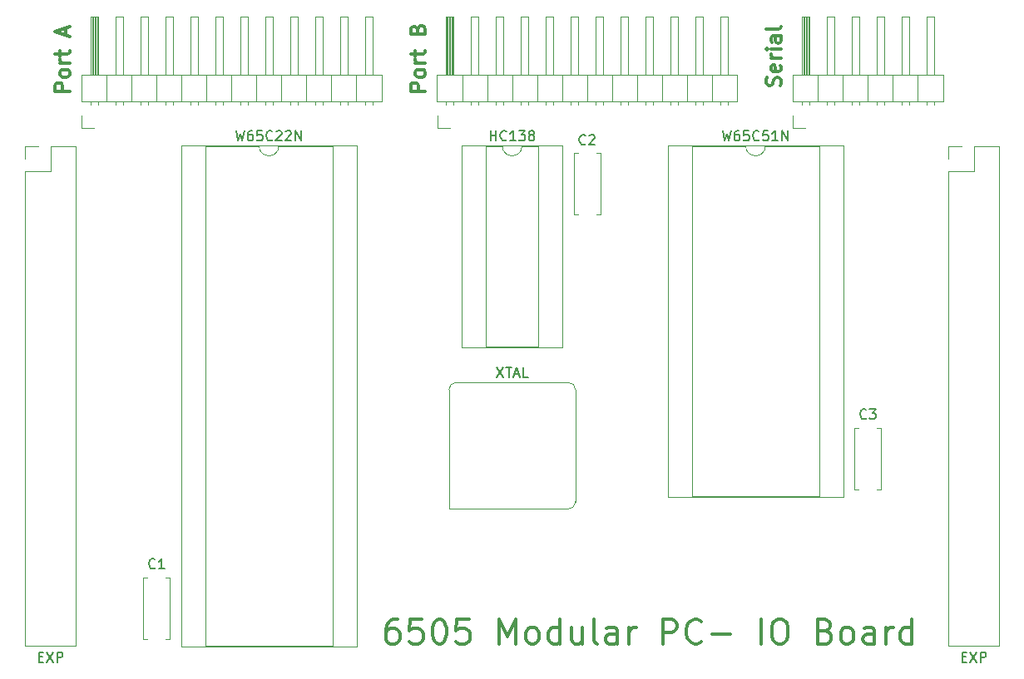
<source format=gbr>
%TF.GenerationSoftware,KiCad,Pcbnew,(5.1.8)-1*%
%TF.CreationDate,2020-12-06T18:18:42+00:00*%
%TF.ProjectId,io-board,696f2d62-6f61-4726-942e-6b696361645f,rev?*%
%TF.SameCoordinates,Original*%
%TF.FileFunction,Legend,Top*%
%TF.FilePolarity,Positive*%
%FSLAX46Y46*%
G04 Gerber Fmt 4.6, Leading zero omitted, Abs format (unit mm)*
G04 Created by KiCad (PCBNEW (5.1.8)-1) date 2020-12-06 18:18:42*
%MOMM*%
%LPD*%
G01*
G04 APERTURE LIST*
%ADD10C,0.300000*%
%ADD11C,0.120000*%
%ADD12C,0.150000*%
G04 APERTURE END LIST*
D10*
X121257142Y-58574285D02*
X121328571Y-58360000D01*
X121328571Y-58002857D01*
X121257142Y-57860000D01*
X121185714Y-57788571D01*
X121042857Y-57717142D01*
X120900000Y-57717142D01*
X120757142Y-57788571D01*
X120685714Y-57860000D01*
X120614285Y-58002857D01*
X120542857Y-58288571D01*
X120471428Y-58431428D01*
X120400000Y-58502857D01*
X120257142Y-58574285D01*
X120114285Y-58574285D01*
X119971428Y-58502857D01*
X119900000Y-58431428D01*
X119828571Y-58288571D01*
X119828571Y-57931428D01*
X119900000Y-57717142D01*
X121257142Y-56502857D02*
X121328571Y-56645714D01*
X121328571Y-56931428D01*
X121257142Y-57074285D01*
X121114285Y-57145714D01*
X120542857Y-57145714D01*
X120400000Y-57074285D01*
X120328571Y-56931428D01*
X120328571Y-56645714D01*
X120400000Y-56502857D01*
X120542857Y-56431428D01*
X120685714Y-56431428D01*
X120828571Y-57145714D01*
X121328571Y-55788571D02*
X120328571Y-55788571D01*
X120614285Y-55788571D02*
X120471428Y-55717142D01*
X120400000Y-55645714D01*
X120328571Y-55502857D01*
X120328571Y-55360000D01*
X121328571Y-54860000D02*
X120328571Y-54860000D01*
X119828571Y-54860000D02*
X119900000Y-54931428D01*
X119971428Y-54860000D01*
X119900000Y-54788571D01*
X119828571Y-54860000D01*
X119971428Y-54860000D01*
X121328571Y-53502857D02*
X120542857Y-53502857D01*
X120400000Y-53574285D01*
X120328571Y-53717142D01*
X120328571Y-54002857D01*
X120400000Y-54145714D01*
X121257142Y-53502857D02*
X121328571Y-53645714D01*
X121328571Y-54002857D01*
X121257142Y-54145714D01*
X121114285Y-54217142D01*
X120971428Y-54217142D01*
X120828571Y-54145714D01*
X120757142Y-54002857D01*
X120757142Y-53645714D01*
X120685714Y-53502857D01*
X121328571Y-52574285D02*
X121257142Y-52717142D01*
X121114285Y-52788571D01*
X119828571Y-52788571D01*
X85133571Y-59137857D02*
X83633571Y-59137857D01*
X83633571Y-58566428D01*
X83705000Y-58423571D01*
X83776428Y-58352142D01*
X83919285Y-58280714D01*
X84133571Y-58280714D01*
X84276428Y-58352142D01*
X84347857Y-58423571D01*
X84419285Y-58566428D01*
X84419285Y-59137857D01*
X85133571Y-57423571D02*
X85062142Y-57566428D01*
X84990714Y-57637857D01*
X84847857Y-57709285D01*
X84419285Y-57709285D01*
X84276428Y-57637857D01*
X84205000Y-57566428D01*
X84133571Y-57423571D01*
X84133571Y-57209285D01*
X84205000Y-57066428D01*
X84276428Y-56995000D01*
X84419285Y-56923571D01*
X84847857Y-56923571D01*
X84990714Y-56995000D01*
X85062142Y-57066428D01*
X85133571Y-57209285D01*
X85133571Y-57423571D01*
X85133571Y-56280714D02*
X84133571Y-56280714D01*
X84419285Y-56280714D02*
X84276428Y-56209285D01*
X84205000Y-56137857D01*
X84133571Y-55995000D01*
X84133571Y-55852142D01*
X84133571Y-55566428D02*
X84133571Y-54995000D01*
X83633571Y-55352142D02*
X84919285Y-55352142D01*
X85062142Y-55280714D01*
X85133571Y-55137857D01*
X85133571Y-54995000D01*
X84347857Y-52852142D02*
X84419285Y-52637857D01*
X84490714Y-52566428D01*
X84633571Y-52495000D01*
X84847857Y-52495000D01*
X84990714Y-52566428D01*
X85062142Y-52637857D01*
X85133571Y-52780714D01*
X85133571Y-53352142D01*
X83633571Y-53352142D01*
X83633571Y-52852142D01*
X83705000Y-52709285D01*
X83776428Y-52637857D01*
X83919285Y-52566428D01*
X84062142Y-52566428D01*
X84205000Y-52637857D01*
X84276428Y-52709285D01*
X84347857Y-52852142D01*
X84347857Y-53352142D01*
X48938571Y-59137857D02*
X47438571Y-59137857D01*
X47438571Y-58566428D01*
X47510000Y-58423571D01*
X47581428Y-58352142D01*
X47724285Y-58280714D01*
X47938571Y-58280714D01*
X48081428Y-58352142D01*
X48152857Y-58423571D01*
X48224285Y-58566428D01*
X48224285Y-59137857D01*
X48938571Y-57423571D02*
X48867142Y-57566428D01*
X48795714Y-57637857D01*
X48652857Y-57709285D01*
X48224285Y-57709285D01*
X48081428Y-57637857D01*
X48010000Y-57566428D01*
X47938571Y-57423571D01*
X47938571Y-57209285D01*
X48010000Y-57066428D01*
X48081428Y-56995000D01*
X48224285Y-56923571D01*
X48652857Y-56923571D01*
X48795714Y-56995000D01*
X48867142Y-57066428D01*
X48938571Y-57209285D01*
X48938571Y-57423571D01*
X48938571Y-56280714D02*
X47938571Y-56280714D01*
X48224285Y-56280714D02*
X48081428Y-56209285D01*
X48010000Y-56137857D01*
X47938571Y-55995000D01*
X47938571Y-55852142D01*
X47938571Y-55566428D02*
X47938571Y-54995000D01*
X47438571Y-55352142D02*
X48724285Y-55352142D01*
X48867142Y-55280714D01*
X48938571Y-55137857D01*
X48938571Y-54995000D01*
X48510000Y-53423571D02*
X48510000Y-52709285D01*
X48938571Y-53566428D02*
X47438571Y-53066428D01*
X48938571Y-52566428D01*
X82295238Y-112930952D02*
X81819047Y-112930952D01*
X81580952Y-113050000D01*
X81461904Y-113169047D01*
X81223809Y-113526190D01*
X81104761Y-114002380D01*
X81104761Y-114954761D01*
X81223809Y-115192857D01*
X81342857Y-115311904D01*
X81580952Y-115430952D01*
X82057142Y-115430952D01*
X82295238Y-115311904D01*
X82414285Y-115192857D01*
X82533333Y-114954761D01*
X82533333Y-114359523D01*
X82414285Y-114121428D01*
X82295238Y-114002380D01*
X82057142Y-113883333D01*
X81580952Y-113883333D01*
X81342857Y-114002380D01*
X81223809Y-114121428D01*
X81104761Y-114359523D01*
X84795238Y-112930952D02*
X83604761Y-112930952D01*
X83485714Y-114121428D01*
X83604761Y-114002380D01*
X83842857Y-113883333D01*
X84438095Y-113883333D01*
X84676190Y-114002380D01*
X84795238Y-114121428D01*
X84914285Y-114359523D01*
X84914285Y-114954761D01*
X84795238Y-115192857D01*
X84676190Y-115311904D01*
X84438095Y-115430952D01*
X83842857Y-115430952D01*
X83604761Y-115311904D01*
X83485714Y-115192857D01*
X86461904Y-112930952D02*
X86700000Y-112930952D01*
X86938095Y-113050000D01*
X87057142Y-113169047D01*
X87176190Y-113407142D01*
X87295238Y-113883333D01*
X87295238Y-114478571D01*
X87176190Y-114954761D01*
X87057142Y-115192857D01*
X86938095Y-115311904D01*
X86700000Y-115430952D01*
X86461904Y-115430952D01*
X86223809Y-115311904D01*
X86104761Y-115192857D01*
X85985714Y-114954761D01*
X85866666Y-114478571D01*
X85866666Y-113883333D01*
X85985714Y-113407142D01*
X86104761Y-113169047D01*
X86223809Y-113050000D01*
X86461904Y-112930952D01*
X89557142Y-112930952D02*
X88366666Y-112930952D01*
X88247619Y-114121428D01*
X88366666Y-114002380D01*
X88604761Y-113883333D01*
X89200000Y-113883333D01*
X89438095Y-114002380D01*
X89557142Y-114121428D01*
X89676190Y-114359523D01*
X89676190Y-114954761D01*
X89557142Y-115192857D01*
X89438095Y-115311904D01*
X89200000Y-115430952D01*
X88604761Y-115430952D01*
X88366666Y-115311904D01*
X88247619Y-115192857D01*
X92652380Y-115430952D02*
X92652380Y-112930952D01*
X93485714Y-114716666D01*
X94319047Y-112930952D01*
X94319047Y-115430952D01*
X95866666Y-115430952D02*
X95628571Y-115311904D01*
X95509523Y-115192857D01*
X95390476Y-114954761D01*
X95390476Y-114240476D01*
X95509523Y-114002380D01*
X95628571Y-113883333D01*
X95866666Y-113764285D01*
X96223809Y-113764285D01*
X96461904Y-113883333D01*
X96580952Y-114002380D01*
X96700000Y-114240476D01*
X96700000Y-114954761D01*
X96580952Y-115192857D01*
X96461904Y-115311904D01*
X96223809Y-115430952D01*
X95866666Y-115430952D01*
X98842857Y-115430952D02*
X98842857Y-112930952D01*
X98842857Y-115311904D02*
X98604761Y-115430952D01*
X98128571Y-115430952D01*
X97890476Y-115311904D01*
X97771428Y-115192857D01*
X97652380Y-114954761D01*
X97652380Y-114240476D01*
X97771428Y-114002380D01*
X97890476Y-113883333D01*
X98128571Y-113764285D01*
X98604761Y-113764285D01*
X98842857Y-113883333D01*
X101104761Y-113764285D02*
X101104761Y-115430952D01*
X100033333Y-113764285D02*
X100033333Y-115073809D01*
X100152380Y-115311904D01*
X100390476Y-115430952D01*
X100747619Y-115430952D01*
X100985714Y-115311904D01*
X101104761Y-115192857D01*
X102652380Y-115430952D02*
X102414285Y-115311904D01*
X102295238Y-115073809D01*
X102295238Y-112930952D01*
X104676190Y-115430952D02*
X104676190Y-114121428D01*
X104557142Y-113883333D01*
X104319047Y-113764285D01*
X103842857Y-113764285D01*
X103604761Y-113883333D01*
X104676190Y-115311904D02*
X104438095Y-115430952D01*
X103842857Y-115430952D01*
X103604761Y-115311904D01*
X103485714Y-115073809D01*
X103485714Y-114835714D01*
X103604761Y-114597619D01*
X103842857Y-114478571D01*
X104438095Y-114478571D01*
X104676190Y-114359523D01*
X105866666Y-115430952D02*
X105866666Y-113764285D01*
X105866666Y-114240476D02*
X105985714Y-114002380D01*
X106104761Y-113883333D01*
X106342857Y-113764285D01*
X106580952Y-113764285D01*
X109319047Y-115430952D02*
X109319047Y-112930952D01*
X110271428Y-112930952D01*
X110509523Y-113050000D01*
X110628571Y-113169047D01*
X110747619Y-113407142D01*
X110747619Y-113764285D01*
X110628571Y-114002380D01*
X110509523Y-114121428D01*
X110271428Y-114240476D01*
X109319047Y-114240476D01*
X113247619Y-115192857D02*
X113128571Y-115311904D01*
X112771428Y-115430952D01*
X112533333Y-115430952D01*
X112176190Y-115311904D01*
X111938095Y-115073809D01*
X111819047Y-114835714D01*
X111700000Y-114359523D01*
X111700000Y-114002380D01*
X111819047Y-113526190D01*
X111938095Y-113288095D01*
X112176190Y-113050000D01*
X112533333Y-112930952D01*
X112771428Y-112930952D01*
X113128571Y-113050000D01*
X113247619Y-113169047D01*
X114319047Y-114478571D02*
X116223809Y-114478571D01*
X119319047Y-115430952D02*
X119319047Y-112930952D01*
X120985714Y-112930952D02*
X121461904Y-112930952D01*
X121700000Y-113050000D01*
X121938095Y-113288095D01*
X122057142Y-113764285D01*
X122057142Y-114597619D01*
X121938095Y-115073809D01*
X121700000Y-115311904D01*
X121461904Y-115430952D01*
X120985714Y-115430952D01*
X120747619Y-115311904D01*
X120509523Y-115073809D01*
X120390476Y-114597619D01*
X120390476Y-113764285D01*
X120509523Y-113288095D01*
X120747619Y-113050000D01*
X120985714Y-112930952D01*
X125866666Y-114121428D02*
X126223809Y-114240476D01*
X126342857Y-114359523D01*
X126461904Y-114597619D01*
X126461904Y-114954761D01*
X126342857Y-115192857D01*
X126223809Y-115311904D01*
X125985714Y-115430952D01*
X125033333Y-115430952D01*
X125033333Y-112930952D01*
X125866666Y-112930952D01*
X126104761Y-113050000D01*
X126223809Y-113169047D01*
X126342857Y-113407142D01*
X126342857Y-113645238D01*
X126223809Y-113883333D01*
X126104761Y-114002380D01*
X125866666Y-114121428D01*
X125033333Y-114121428D01*
X127890476Y-115430952D02*
X127652380Y-115311904D01*
X127533333Y-115192857D01*
X127414285Y-114954761D01*
X127414285Y-114240476D01*
X127533333Y-114002380D01*
X127652380Y-113883333D01*
X127890476Y-113764285D01*
X128247619Y-113764285D01*
X128485714Y-113883333D01*
X128604761Y-114002380D01*
X128723809Y-114240476D01*
X128723809Y-114954761D01*
X128604761Y-115192857D01*
X128485714Y-115311904D01*
X128247619Y-115430952D01*
X127890476Y-115430952D01*
X130866666Y-115430952D02*
X130866666Y-114121428D01*
X130747619Y-113883333D01*
X130509523Y-113764285D01*
X130033333Y-113764285D01*
X129795238Y-113883333D01*
X130866666Y-115311904D02*
X130628571Y-115430952D01*
X130033333Y-115430952D01*
X129795238Y-115311904D01*
X129676190Y-115073809D01*
X129676190Y-114835714D01*
X129795238Y-114597619D01*
X130033333Y-114478571D01*
X130628571Y-114478571D01*
X130866666Y-114359523D01*
X132057142Y-115430952D02*
X132057142Y-113764285D01*
X132057142Y-114240476D02*
X132176190Y-114002380D01*
X132295238Y-113883333D01*
X132533333Y-113764285D01*
X132771428Y-113764285D01*
X134676190Y-115430952D02*
X134676190Y-112930952D01*
X134676190Y-115311904D02*
X134438095Y-115430952D01*
X133961904Y-115430952D01*
X133723809Y-115311904D01*
X133604761Y-115192857D01*
X133485714Y-114954761D01*
X133485714Y-114240476D01*
X133604761Y-114002380D01*
X133723809Y-113883333D01*
X133961904Y-113764285D01*
X134438095Y-113764285D01*
X134676190Y-113883333D01*
D11*
%TO.C,J4*%
X86360000Y-62865000D02*
X86360000Y-61595000D01*
X87630000Y-62865000D02*
X86360000Y-62865000D01*
X115950000Y-60552071D02*
X115950000Y-60155000D01*
X115190000Y-60552071D02*
X115190000Y-60155000D01*
X115950000Y-51495000D02*
X115950000Y-57495000D01*
X115190000Y-51495000D02*
X115950000Y-51495000D01*
X115190000Y-57495000D02*
X115190000Y-51495000D01*
X114300000Y-60155000D02*
X114300000Y-57495000D01*
X113410000Y-60552071D02*
X113410000Y-60155000D01*
X112650000Y-60552071D02*
X112650000Y-60155000D01*
X113410000Y-51495000D02*
X113410000Y-57495000D01*
X112650000Y-51495000D02*
X113410000Y-51495000D01*
X112650000Y-57495000D02*
X112650000Y-51495000D01*
X111760000Y-60155000D02*
X111760000Y-57495000D01*
X110870000Y-60552071D02*
X110870000Y-60155000D01*
X110110000Y-60552071D02*
X110110000Y-60155000D01*
X110870000Y-51495000D02*
X110870000Y-57495000D01*
X110110000Y-51495000D02*
X110870000Y-51495000D01*
X110110000Y-57495000D02*
X110110000Y-51495000D01*
X109220000Y-60155000D02*
X109220000Y-57495000D01*
X108330000Y-60552071D02*
X108330000Y-60155000D01*
X107570000Y-60552071D02*
X107570000Y-60155000D01*
X108330000Y-51495000D02*
X108330000Y-57495000D01*
X107570000Y-51495000D02*
X108330000Y-51495000D01*
X107570000Y-57495000D02*
X107570000Y-51495000D01*
X106680000Y-60155000D02*
X106680000Y-57495000D01*
X105790000Y-60552071D02*
X105790000Y-60155000D01*
X105030000Y-60552071D02*
X105030000Y-60155000D01*
X105790000Y-51495000D02*
X105790000Y-57495000D01*
X105030000Y-51495000D02*
X105790000Y-51495000D01*
X105030000Y-57495000D02*
X105030000Y-51495000D01*
X104140000Y-60155000D02*
X104140000Y-57495000D01*
X103250000Y-60552071D02*
X103250000Y-60155000D01*
X102490000Y-60552071D02*
X102490000Y-60155000D01*
X103250000Y-51495000D02*
X103250000Y-57495000D01*
X102490000Y-51495000D02*
X103250000Y-51495000D01*
X102490000Y-57495000D02*
X102490000Y-51495000D01*
X101600000Y-60155000D02*
X101600000Y-57495000D01*
X100710000Y-60552071D02*
X100710000Y-60155000D01*
X99950000Y-60552071D02*
X99950000Y-60155000D01*
X100710000Y-51495000D02*
X100710000Y-57495000D01*
X99950000Y-51495000D02*
X100710000Y-51495000D01*
X99950000Y-57495000D02*
X99950000Y-51495000D01*
X99060000Y-60155000D02*
X99060000Y-57495000D01*
X98170000Y-60552071D02*
X98170000Y-60155000D01*
X97410000Y-60552071D02*
X97410000Y-60155000D01*
X98170000Y-51495000D02*
X98170000Y-57495000D01*
X97410000Y-51495000D02*
X98170000Y-51495000D01*
X97410000Y-57495000D02*
X97410000Y-51495000D01*
X96520000Y-60155000D02*
X96520000Y-57495000D01*
X95630000Y-60552071D02*
X95630000Y-60155000D01*
X94870000Y-60552071D02*
X94870000Y-60155000D01*
X95630000Y-51495000D02*
X95630000Y-57495000D01*
X94870000Y-51495000D02*
X95630000Y-51495000D01*
X94870000Y-57495000D02*
X94870000Y-51495000D01*
X93980000Y-60155000D02*
X93980000Y-57495000D01*
X93090000Y-60552071D02*
X93090000Y-60155000D01*
X92330000Y-60552071D02*
X92330000Y-60155000D01*
X93090000Y-51495000D02*
X93090000Y-57495000D01*
X92330000Y-51495000D02*
X93090000Y-51495000D01*
X92330000Y-57495000D02*
X92330000Y-51495000D01*
X91440000Y-60155000D02*
X91440000Y-57495000D01*
X90550000Y-60552071D02*
X90550000Y-60155000D01*
X89790000Y-60552071D02*
X89790000Y-60155000D01*
X90550000Y-51495000D02*
X90550000Y-57495000D01*
X89790000Y-51495000D02*
X90550000Y-51495000D01*
X89790000Y-57495000D02*
X89790000Y-51495000D01*
X88900000Y-60155000D02*
X88900000Y-57495000D01*
X88010000Y-60485000D02*
X88010000Y-60155000D01*
X87250000Y-60485000D02*
X87250000Y-60155000D01*
X87910000Y-57495000D02*
X87910000Y-51495000D01*
X87790000Y-57495000D02*
X87790000Y-51495000D01*
X87670000Y-57495000D02*
X87670000Y-51495000D01*
X87550000Y-57495000D02*
X87550000Y-51495000D01*
X87430000Y-57495000D02*
X87430000Y-51495000D01*
X87310000Y-57495000D02*
X87310000Y-51495000D01*
X88010000Y-51495000D02*
X88010000Y-57495000D01*
X87250000Y-51495000D02*
X88010000Y-51495000D01*
X87250000Y-57495000D02*
X87250000Y-51495000D01*
X86300000Y-57495000D02*
X86300000Y-60155000D01*
X116900000Y-57495000D02*
X86300000Y-57495000D01*
X116900000Y-60155000D02*
X116900000Y-57495000D01*
X86300000Y-60155000D02*
X116900000Y-60155000D01*
%TO.C,J3*%
X50165000Y-62865000D02*
X50165000Y-61595000D01*
X51435000Y-62865000D02*
X50165000Y-62865000D01*
X79755000Y-60552071D02*
X79755000Y-60155000D01*
X78995000Y-60552071D02*
X78995000Y-60155000D01*
X79755000Y-51495000D02*
X79755000Y-57495000D01*
X78995000Y-51495000D02*
X79755000Y-51495000D01*
X78995000Y-57495000D02*
X78995000Y-51495000D01*
X78105000Y-60155000D02*
X78105000Y-57495000D01*
X77215000Y-60552071D02*
X77215000Y-60155000D01*
X76455000Y-60552071D02*
X76455000Y-60155000D01*
X77215000Y-51495000D02*
X77215000Y-57495000D01*
X76455000Y-51495000D02*
X77215000Y-51495000D01*
X76455000Y-57495000D02*
X76455000Y-51495000D01*
X75565000Y-60155000D02*
X75565000Y-57495000D01*
X74675000Y-60552071D02*
X74675000Y-60155000D01*
X73915000Y-60552071D02*
X73915000Y-60155000D01*
X74675000Y-51495000D02*
X74675000Y-57495000D01*
X73915000Y-51495000D02*
X74675000Y-51495000D01*
X73915000Y-57495000D02*
X73915000Y-51495000D01*
X73025000Y-60155000D02*
X73025000Y-57495000D01*
X72135000Y-60552071D02*
X72135000Y-60155000D01*
X71375000Y-60552071D02*
X71375000Y-60155000D01*
X72135000Y-51495000D02*
X72135000Y-57495000D01*
X71375000Y-51495000D02*
X72135000Y-51495000D01*
X71375000Y-57495000D02*
X71375000Y-51495000D01*
X70485000Y-60155000D02*
X70485000Y-57495000D01*
X69595000Y-60552071D02*
X69595000Y-60155000D01*
X68835000Y-60552071D02*
X68835000Y-60155000D01*
X69595000Y-51495000D02*
X69595000Y-57495000D01*
X68835000Y-51495000D02*
X69595000Y-51495000D01*
X68835000Y-57495000D02*
X68835000Y-51495000D01*
X67945000Y-60155000D02*
X67945000Y-57495000D01*
X67055000Y-60552071D02*
X67055000Y-60155000D01*
X66295000Y-60552071D02*
X66295000Y-60155000D01*
X67055000Y-51495000D02*
X67055000Y-57495000D01*
X66295000Y-51495000D02*
X67055000Y-51495000D01*
X66295000Y-57495000D02*
X66295000Y-51495000D01*
X65405000Y-60155000D02*
X65405000Y-57495000D01*
X64515000Y-60552071D02*
X64515000Y-60155000D01*
X63755000Y-60552071D02*
X63755000Y-60155000D01*
X64515000Y-51495000D02*
X64515000Y-57495000D01*
X63755000Y-51495000D02*
X64515000Y-51495000D01*
X63755000Y-57495000D02*
X63755000Y-51495000D01*
X62865000Y-60155000D02*
X62865000Y-57495000D01*
X61975000Y-60552071D02*
X61975000Y-60155000D01*
X61215000Y-60552071D02*
X61215000Y-60155000D01*
X61975000Y-51495000D02*
X61975000Y-57495000D01*
X61215000Y-51495000D02*
X61975000Y-51495000D01*
X61215000Y-57495000D02*
X61215000Y-51495000D01*
X60325000Y-60155000D02*
X60325000Y-57495000D01*
X59435000Y-60552071D02*
X59435000Y-60155000D01*
X58675000Y-60552071D02*
X58675000Y-60155000D01*
X59435000Y-51495000D02*
X59435000Y-57495000D01*
X58675000Y-51495000D02*
X59435000Y-51495000D01*
X58675000Y-57495000D02*
X58675000Y-51495000D01*
X57785000Y-60155000D02*
X57785000Y-57495000D01*
X56895000Y-60552071D02*
X56895000Y-60155000D01*
X56135000Y-60552071D02*
X56135000Y-60155000D01*
X56895000Y-51495000D02*
X56895000Y-57495000D01*
X56135000Y-51495000D02*
X56895000Y-51495000D01*
X56135000Y-57495000D02*
X56135000Y-51495000D01*
X55245000Y-60155000D02*
X55245000Y-57495000D01*
X54355000Y-60552071D02*
X54355000Y-60155000D01*
X53595000Y-60552071D02*
X53595000Y-60155000D01*
X54355000Y-51495000D02*
X54355000Y-57495000D01*
X53595000Y-51495000D02*
X54355000Y-51495000D01*
X53595000Y-57495000D02*
X53595000Y-51495000D01*
X52705000Y-60155000D02*
X52705000Y-57495000D01*
X51815000Y-60485000D02*
X51815000Y-60155000D01*
X51055000Y-60485000D02*
X51055000Y-60155000D01*
X51715000Y-57495000D02*
X51715000Y-51495000D01*
X51595000Y-57495000D02*
X51595000Y-51495000D01*
X51475000Y-57495000D02*
X51475000Y-51495000D01*
X51355000Y-57495000D02*
X51355000Y-51495000D01*
X51235000Y-57495000D02*
X51235000Y-51495000D01*
X51115000Y-57495000D02*
X51115000Y-51495000D01*
X51815000Y-51495000D02*
X51815000Y-57495000D01*
X51055000Y-51495000D02*
X51815000Y-51495000D01*
X51055000Y-57495000D02*
X51055000Y-51495000D01*
X50105000Y-57495000D02*
X50105000Y-60155000D01*
X80705000Y-57495000D02*
X50105000Y-57495000D01*
X80705000Y-60155000D02*
X80705000Y-57495000D01*
X50105000Y-60155000D02*
X80705000Y-60155000D01*
%TO.C,W65C22N*%
X78165000Y-64650000D02*
X60265000Y-64650000D01*
X78165000Y-115690000D02*
X78165000Y-64650000D01*
X60265000Y-115690000D02*
X78165000Y-115690000D01*
X60265000Y-64650000D02*
X60265000Y-115690000D01*
X75675000Y-64710000D02*
X70215000Y-64710000D01*
X75675000Y-115630000D02*
X75675000Y-64710000D01*
X62755000Y-115630000D02*
X75675000Y-115630000D01*
X62755000Y-64710000D02*
X62755000Y-115630000D01*
X68215000Y-64710000D02*
X62755000Y-64710000D01*
X70215000Y-64710000D02*
G75*
G02*
X68215000Y-64710000I-1000000J0D01*
G01*
%TO.C,J5*%
X122555000Y-62865000D02*
X122555000Y-61595000D01*
X123825000Y-62865000D02*
X122555000Y-62865000D01*
X136905000Y-60552071D02*
X136905000Y-60155000D01*
X136145000Y-60552071D02*
X136145000Y-60155000D01*
X136905000Y-51495000D02*
X136905000Y-57495000D01*
X136145000Y-51495000D02*
X136905000Y-51495000D01*
X136145000Y-57495000D02*
X136145000Y-51495000D01*
X135255000Y-60155000D02*
X135255000Y-57495000D01*
X134365000Y-60552071D02*
X134365000Y-60155000D01*
X133605000Y-60552071D02*
X133605000Y-60155000D01*
X134365000Y-51495000D02*
X134365000Y-57495000D01*
X133605000Y-51495000D02*
X134365000Y-51495000D01*
X133605000Y-57495000D02*
X133605000Y-51495000D01*
X132715000Y-60155000D02*
X132715000Y-57495000D01*
X131825000Y-60552071D02*
X131825000Y-60155000D01*
X131065000Y-60552071D02*
X131065000Y-60155000D01*
X131825000Y-51495000D02*
X131825000Y-57495000D01*
X131065000Y-51495000D02*
X131825000Y-51495000D01*
X131065000Y-57495000D02*
X131065000Y-51495000D01*
X130175000Y-60155000D02*
X130175000Y-57495000D01*
X129285000Y-60552071D02*
X129285000Y-60155000D01*
X128525000Y-60552071D02*
X128525000Y-60155000D01*
X129285000Y-51495000D02*
X129285000Y-57495000D01*
X128525000Y-51495000D02*
X129285000Y-51495000D01*
X128525000Y-57495000D02*
X128525000Y-51495000D01*
X127635000Y-60155000D02*
X127635000Y-57495000D01*
X126745000Y-60552071D02*
X126745000Y-60155000D01*
X125985000Y-60552071D02*
X125985000Y-60155000D01*
X126745000Y-51495000D02*
X126745000Y-57495000D01*
X125985000Y-51495000D02*
X126745000Y-51495000D01*
X125985000Y-57495000D02*
X125985000Y-51495000D01*
X125095000Y-60155000D02*
X125095000Y-57495000D01*
X124205000Y-60485000D02*
X124205000Y-60155000D01*
X123445000Y-60485000D02*
X123445000Y-60155000D01*
X124105000Y-57495000D02*
X124105000Y-51495000D01*
X123985000Y-57495000D02*
X123985000Y-51495000D01*
X123865000Y-57495000D02*
X123865000Y-51495000D01*
X123745000Y-57495000D02*
X123745000Y-51495000D01*
X123625000Y-57495000D02*
X123625000Y-51495000D01*
X123505000Y-57495000D02*
X123505000Y-51495000D01*
X124205000Y-51495000D02*
X124205000Y-57495000D01*
X123445000Y-51495000D02*
X124205000Y-51495000D01*
X123445000Y-57495000D02*
X123445000Y-51495000D01*
X122495000Y-57495000D02*
X122495000Y-60155000D01*
X137855000Y-57495000D02*
X122495000Y-57495000D01*
X137855000Y-60155000D02*
X137855000Y-57495000D01*
X122495000Y-60155000D02*
X137855000Y-60155000D01*
%TO.C,C3*%
X131100000Y-93440000D02*
X131545000Y-93440000D01*
X128805000Y-93440000D02*
X129250000Y-93440000D01*
X131100000Y-99680000D02*
X131545000Y-99680000D01*
X128805000Y-99680000D02*
X129250000Y-99680000D01*
X131545000Y-99680000D02*
X131545000Y-93440000D01*
X128805000Y-99680000D02*
X128805000Y-93440000D01*
%TO.C,C2*%
X100675000Y-71660000D02*
X100230000Y-71660000D01*
X102970000Y-71660000D02*
X102525000Y-71660000D01*
X100675000Y-65420000D02*
X100230000Y-65420000D01*
X102970000Y-65420000D02*
X102525000Y-65420000D01*
X100230000Y-65420000D02*
X100230000Y-71660000D01*
X102970000Y-65420000D02*
X102970000Y-71660000D01*
%TO.C,C1*%
X58710000Y-108680000D02*
X59155000Y-108680000D01*
X56415000Y-108680000D02*
X56860000Y-108680000D01*
X58710000Y-114920000D02*
X59155000Y-114920000D01*
X56415000Y-114920000D02*
X56860000Y-114920000D01*
X59155000Y-114920000D02*
X59155000Y-108680000D01*
X56415000Y-114920000D02*
X56415000Y-108680000D01*
%TO.C,EXP*%
X138370000Y-115630000D02*
X143570000Y-115630000D01*
X138370000Y-67310000D02*
X138370000Y-115630000D01*
X143570000Y-64710000D02*
X143570000Y-115630000D01*
X138370000Y-67310000D02*
X140970000Y-67310000D01*
X140970000Y-67310000D02*
X140970000Y-64710000D01*
X140970000Y-64710000D02*
X143570000Y-64710000D01*
X138370000Y-66040000D02*
X138370000Y-64710000D01*
X138370000Y-64710000D02*
X139700000Y-64710000D01*
%TO.C,XTAL*%
X87530000Y-101700000D02*
X99680000Y-101700000D01*
X100430000Y-100950000D02*
X100430000Y-89550000D01*
X99680000Y-88800000D02*
X88280000Y-88800000D01*
X87530000Y-89550000D02*
X87530000Y-101700000D01*
X88280000Y-88800000D02*
G75*
G03*
X87530000Y-89550000I0J-750000D01*
G01*
X100430000Y-89550000D02*
G75*
G03*
X99680000Y-88800000I-750000J0D01*
G01*
X99680000Y-101700000D02*
G75*
G03*
X100430000Y-100950000I0J750000D01*
G01*
%TO.C,HC138*%
X99120000Y-64650000D02*
X88840000Y-64650000D01*
X99120000Y-85210000D02*
X99120000Y-64650000D01*
X88840000Y-85210000D02*
X99120000Y-85210000D01*
X88840000Y-64650000D02*
X88840000Y-85210000D01*
X96630000Y-64710000D02*
X94980000Y-64710000D01*
X96630000Y-85150000D02*
X96630000Y-64710000D01*
X91330000Y-85150000D02*
X96630000Y-85150000D01*
X91330000Y-64710000D02*
X91330000Y-85150000D01*
X92980000Y-64710000D02*
X91330000Y-64710000D01*
X94980000Y-64710000D02*
G75*
G02*
X92980000Y-64710000I-1000000J0D01*
G01*
%TO.C,W65C51N*%
X127695000Y-64650000D02*
X109795000Y-64650000D01*
X127695000Y-100450000D02*
X127695000Y-64650000D01*
X109795000Y-100450000D02*
X127695000Y-100450000D01*
X109795000Y-64650000D02*
X109795000Y-100450000D01*
X125205000Y-64710000D02*
X119745000Y-64710000D01*
X125205000Y-100390000D02*
X125205000Y-64710000D01*
X112285000Y-100390000D02*
X125205000Y-100390000D01*
X112285000Y-64710000D02*
X112285000Y-100390000D01*
X117745000Y-64710000D02*
X112285000Y-64710000D01*
X119745000Y-64710000D02*
G75*
G02*
X117745000Y-64710000I-1000000J0D01*
G01*
%TO.C,EXP*%
X44390000Y-115630000D02*
X49590000Y-115630000D01*
X44390000Y-67310000D02*
X44390000Y-115630000D01*
X49590000Y-64710000D02*
X49590000Y-115630000D01*
X44390000Y-67310000D02*
X46990000Y-67310000D01*
X46990000Y-67310000D02*
X46990000Y-64710000D01*
X46990000Y-64710000D02*
X49590000Y-64710000D01*
X44390000Y-66040000D02*
X44390000Y-64710000D01*
X44390000Y-64710000D02*
X45720000Y-64710000D01*
%TO.C,W65C22N*%
D12*
X65857857Y-63162380D02*
X66095952Y-64162380D01*
X66286428Y-63448095D01*
X66476904Y-64162380D01*
X66715000Y-63162380D01*
X67524523Y-63162380D02*
X67334047Y-63162380D01*
X67238809Y-63210000D01*
X67191190Y-63257619D01*
X67095952Y-63400476D01*
X67048333Y-63590952D01*
X67048333Y-63971904D01*
X67095952Y-64067142D01*
X67143571Y-64114761D01*
X67238809Y-64162380D01*
X67429285Y-64162380D01*
X67524523Y-64114761D01*
X67572142Y-64067142D01*
X67619761Y-63971904D01*
X67619761Y-63733809D01*
X67572142Y-63638571D01*
X67524523Y-63590952D01*
X67429285Y-63543333D01*
X67238809Y-63543333D01*
X67143571Y-63590952D01*
X67095952Y-63638571D01*
X67048333Y-63733809D01*
X68524523Y-63162380D02*
X68048333Y-63162380D01*
X68000714Y-63638571D01*
X68048333Y-63590952D01*
X68143571Y-63543333D01*
X68381666Y-63543333D01*
X68476904Y-63590952D01*
X68524523Y-63638571D01*
X68572142Y-63733809D01*
X68572142Y-63971904D01*
X68524523Y-64067142D01*
X68476904Y-64114761D01*
X68381666Y-64162380D01*
X68143571Y-64162380D01*
X68048333Y-64114761D01*
X68000714Y-64067142D01*
X69572142Y-64067142D02*
X69524523Y-64114761D01*
X69381666Y-64162380D01*
X69286428Y-64162380D01*
X69143571Y-64114761D01*
X69048333Y-64019523D01*
X69000714Y-63924285D01*
X68953095Y-63733809D01*
X68953095Y-63590952D01*
X69000714Y-63400476D01*
X69048333Y-63305238D01*
X69143571Y-63210000D01*
X69286428Y-63162380D01*
X69381666Y-63162380D01*
X69524523Y-63210000D01*
X69572142Y-63257619D01*
X69953095Y-63257619D02*
X70000714Y-63210000D01*
X70095952Y-63162380D01*
X70334047Y-63162380D01*
X70429285Y-63210000D01*
X70476904Y-63257619D01*
X70524523Y-63352857D01*
X70524523Y-63448095D01*
X70476904Y-63590952D01*
X69905476Y-64162380D01*
X70524523Y-64162380D01*
X70905476Y-63257619D02*
X70953095Y-63210000D01*
X71048333Y-63162380D01*
X71286428Y-63162380D01*
X71381666Y-63210000D01*
X71429285Y-63257619D01*
X71476904Y-63352857D01*
X71476904Y-63448095D01*
X71429285Y-63590952D01*
X70857857Y-64162380D01*
X71476904Y-64162380D01*
X71905476Y-64162380D02*
X71905476Y-63162380D01*
X72476904Y-64162380D01*
X72476904Y-63162380D01*
%TO.C,C3*%
X130008333Y-92432142D02*
X129960714Y-92479761D01*
X129817857Y-92527380D01*
X129722619Y-92527380D01*
X129579761Y-92479761D01*
X129484523Y-92384523D01*
X129436904Y-92289285D01*
X129389285Y-92098809D01*
X129389285Y-91955952D01*
X129436904Y-91765476D01*
X129484523Y-91670238D01*
X129579761Y-91575000D01*
X129722619Y-91527380D01*
X129817857Y-91527380D01*
X129960714Y-91575000D01*
X130008333Y-91622619D01*
X130341666Y-91527380D02*
X130960714Y-91527380D01*
X130627380Y-91908333D01*
X130770238Y-91908333D01*
X130865476Y-91955952D01*
X130913095Y-92003571D01*
X130960714Y-92098809D01*
X130960714Y-92336904D01*
X130913095Y-92432142D01*
X130865476Y-92479761D01*
X130770238Y-92527380D01*
X130484523Y-92527380D01*
X130389285Y-92479761D01*
X130341666Y-92432142D01*
%TO.C,C2*%
X101433333Y-64492142D02*
X101385714Y-64539761D01*
X101242857Y-64587380D01*
X101147619Y-64587380D01*
X101004761Y-64539761D01*
X100909523Y-64444523D01*
X100861904Y-64349285D01*
X100814285Y-64158809D01*
X100814285Y-64015952D01*
X100861904Y-63825476D01*
X100909523Y-63730238D01*
X101004761Y-63635000D01*
X101147619Y-63587380D01*
X101242857Y-63587380D01*
X101385714Y-63635000D01*
X101433333Y-63682619D01*
X101814285Y-63682619D02*
X101861904Y-63635000D01*
X101957142Y-63587380D01*
X102195238Y-63587380D01*
X102290476Y-63635000D01*
X102338095Y-63682619D01*
X102385714Y-63777857D01*
X102385714Y-63873095D01*
X102338095Y-64015952D01*
X101766666Y-64587380D01*
X102385714Y-64587380D01*
%TO.C,C1*%
X57618333Y-107672142D02*
X57570714Y-107719761D01*
X57427857Y-107767380D01*
X57332619Y-107767380D01*
X57189761Y-107719761D01*
X57094523Y-107624523D01*
X57046904Y-107529285D01*
X56999285Y-107338809D01*
X56999285Y-107195952D01*
X57046904Y-107005476D01*
X57094523Y-106910238D01*
X57189761Y-106815000D01*
X57332619Y-106767380D01*
X57427857Y-106767380D01*
X57570714Y-106815000D01*
X57618333Y-106862619D01*
X58570714Y-107767380D02*
X57999285Y-107767380D01*
X58285000Y-107767380D02*
X58285000Y-106767380D01*
X58189761Y-106910238D01*
X58094523Y-107005476D01*
X57999285Y-107053095D01*
%TO.C,EXP*%
X139779523Y-116768571D02*
X140112857Y-116768571D01*
X140255714Y-117292380D02*
X139779523Y-117292380D01*
X139779523Y-116292380D01*
X140255714Y-116292380D01*
X140589047Y-116292380D02*
X141255714Y-117292380D01*
X141255714Y-116292380D02*
X140589047Y-117292380D01*
X141636666Y-117292380D02*
X141636666Y-116292380D01*
X142017619Y-116292380D01*
X142112857Y-116340000D01*
X142160476Y-116387619D01*
X142208095Y-116482857D01*
X142208095Y-116625714D01*
X142160476Y-116720952D01*
X142112857Y-116768571D01*
X142017619Y-116816190D01*
X141636666Y-116816190D01*
%TO.C,XTAL*%
X92432380Y-87252380D02*
X93099047Y-88252380D01*
X93099047Y-87252380D02*
X92432380Y-88252380D01*
X93337142Y-87252380D02*
X93908571Y-87252380D01*
X93622857Y-88252380D02*
X93622857Y-87252380D01*
X94194285Y-87966666D02*
X94670476Y-87966666D01*
X94099047Y-88252380D02*
X94432380Y-87252380D01*
X94765714Y-88252380D01*
X95575238Y-88252380D02*
X95099047Y-88252380D01*
X95099047Y-87252380D01*
%TO.C,HC138*%
X91765714Y-64162380D02*
X91765714Y-63162380D01*
X91765714Y-63638571D02*
X92337142Y-63638571D01*
X92337142Y-64162380D02*
X92337142Y-63162380D01*
X93384761Y-64067142D02*
X93337142Y-64114761D01*
X93194285Y-64162380D01*
X93099047Y-64162380D01*
X92956190Y-64114761D01*
X92860952Y-64019523D01*
X92813333Y-63924285D01*
X92765714Y-63733809D01*
X92765714Y-63590952D01*
X92813333Y-63400476D01*
X92860952Y-63305238D01*
X92956190Y-63210000D01*
X93099047Y-63162380D01*
X93194285Y-63162380D01*
X93337142Y-63210000D01*
X93384761Y-63257619D01*
X94337142Y-64162380D02*
X93765714Y-64162380D01*
X94051428Y-64162380D02*
X94051428Y-63162380D01*
X93956190Y-63305238D01*
X93860952Y-63400476D01*
X93765714Y-63448095D01*
X94670476Y-63162380D02*
X95289523Y-63162380D01*
X94956190Y-63543333D01*
X95099047Y-63543333D01*
X95194285Y-63590952D01*
X95241904Y-63638571D01*
X95289523Y-63733809D01*
X95289523Y-63971904D01*
X95241904Y-64067142D01*
X95194285Y-64114761D01*
X95099047Y-64162380D01*
X94813333Y-64162380D01*
X94718095Y-64114761D01*
X94670476Y-64067142D01*
X95860952Y-63590952D02*
X95765714Y-63543333D01*
X95718095Y-63495714D01*
X95670476Y-63400476D01*
X95670476Y-63352857D01*
X95718095Y-63257619D01*
X95765714Y-63210000D01*
X95860952Y-63162380D01*
X96051428Y-63162380D01*
X96146666Y-63210000D01*
X96194285Y-63257619D01*
X96241904Y-63352857D01*
X96241904Y-63400476D01*
X96194285Y-63495714D01*
X96146666Y-63543333D01*
X96051428Y-63590952D01*
X95860952Y-63590952D01*
X95765714Y-63638571D01*
X95718095Y-63686190D01*
X95670476Y-63781428D01*
X95670476Y-63971904D01*
X95718095Y-64067142D01*
X95765714Y-64114761D01*
X95860952Y-64162380D01*
X96051428Y-64162380D01*
X96146666Y-64114761D01*
X96194285Y-64067142D01*
X96241904Y-63971904D01*
X96241904Y-63781428D01*
X96194285Y-63686190D01*
X96146666Y-63638571D01*
X96051428Y-63590952D01*
%TO.C,W65C51N*%
X115387857Y-63162380D02*
X115625952Y-64162380D01*
X115816428Y-63448095D01*
X116006904Y-64162380D01*
X116245000Y-63162380D01*
X117054523Y-63162380D02*
X116864047Y-63162380D01*
X116768809Y-63210000D01*
X116721190Y-63257619D01*
X116625952Y-63400476D01*
X116578333Y-63590952D01*
X116578333Y-63971904D01*
X116625952Y-64067142D01*
X116673571Y-64114761D01*
X116768809Y-64162380D01*
X116959285Y-64162380D01*
X117054523Y-64114761D01*
X117102142Y-64067142D01*
X117149761Y-63971904D01*
X117149761Y-63733809D01*
X117102142Y-63638571D01*
X117054523Y-63590952D01*
X116959285Y-63543333D01*
X116768809Y-63543333D01*
X116673571Y-63590952D01*
X116625952Y-63638571D01*
X116578333Y-63733809D01*
X118054523Y-63162380D02*
X117578333Y-63162380D01*
X117530714Y-63638571D01*
X117578333Y-63590952D01*
X117673571Y-63543333D01*
X117911666Y-63543333D01*
X118006904Y-63590952D01*
X118054523Y-63638571D01*
X118102142Y-63733809D01*
X118102142Y-63971904D01*
X118054523Y-64067142D01*
X118006904Y-64114761D01*
X117911666Y-64162380D01*
X117673571Y-64162380D01*
X117578333Y-64114761D01*
X117530714Y-64067142D01*
X119102142Y-64067142D02*
X119054523Y-64114761D01*
X118911666Y-64162380D01*
X118816428Y-64162380D01*
X118673571Y-64114761D01*
X118578333Y-64019523D01*
X118530714Y-63924285D01*
X118483095Y-63733809D01*
X118483095Y-63590952D01*
X118530714Y-63400476D01*
X118578333Y-63305238D01*
X118673571Y-63210000D01*
X118816428Y-63162380D01*
X118911666Y-63162380D01*
X119054523Y-63210000D01*
X119102142Y-63257619D01*
X120006904Y-63162380D02*
X119530714Y-63162380D01*
X119483095Y-63638571D01*
X119530714Y-63590952D01*
X119625952Y-63543333D01*
X119864047Y-63543333D01*
X119959285Y-63590952D01*
X120006904Y-63638571D01*
X120054523Y-63733809D01*
X120054523Y-63971904D01*
X120006904Y-64067142D01*
X119959285Y-64114761D01*
X119864047Y-64162380D01*
X119625952Y-64162380D01*
X119530714Y-64114761D01*
X119483095Y-64067142D01*
X121006904Y-64162380D02*
X120435476Y-64162380D01*
X120721190Y-64162380D02*
X120721190Y-63162380D01*
X120625952Y-63305238D01*
X120530714Y-63400476D01*
X120435476Y-63448095D01*
X121435476Y-64162380D02*
X121435476Y-63162380D01*
X122006904Y-64162380D01*
X122006904Y-63162380D01*
%TO.C,EXP*%
X45799523Y-116768571D02*
X46132857Y-116768571D01*
X46275714Y-117292380D02*
X45799523Y-117292380D01*
X45799523Y-116292380D01*
X46275714Y-116292380D01*
X46609047Y-116292380D02*
X47275714Y-117292380D01*
X47275714Y-116292380D02*
X46609047Y-117292380D01*
X47656666Y-117292380D02*
X47656666Y-116292380D01*
X48037619Y-116292380D01*
X48132857Y-116340000D01*
X48180476Y-116387619D01*
X48228095Y-116482857D01*
X48228095Y-116625714D01*
X48180476Y-116720952D01*
X48132857Y-116768571D01*
X48037619Y-116816190D01*
X47656666Y-116816190D01*
%TD*%
M02*

</source>
